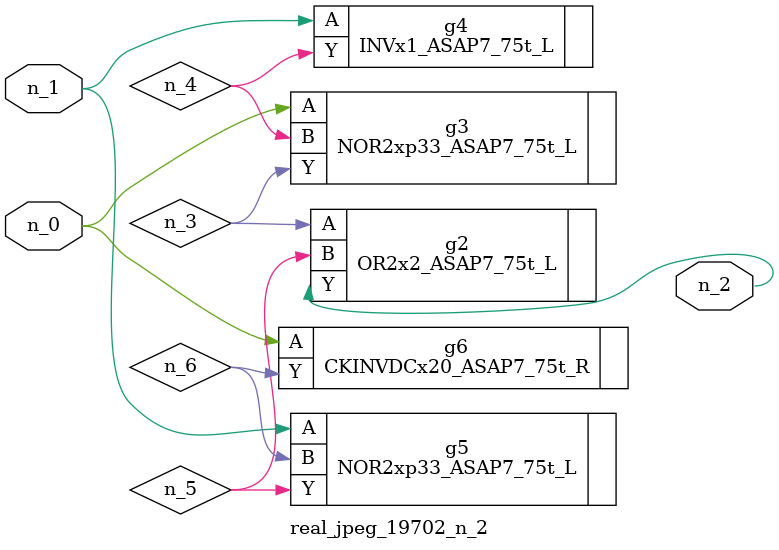
<source format=v>
module real_jpeg_19702_n_2 (n_1, n_0, n_2);

input n_1;
input n_0;

output n_2;

wire n_5;
wire n_4;
wire n_6;
wire n_3;

NOR2xp33_ASAP7_75t_L g3 ( 
.A(n_0),
.B(n_4),
.Y(n_3)
);

CKINVDCx20_ASAP7_75t_R g6 ( 
.A(n_0),
.Y(n_6)
);

INVx1_ASAP7_75t_L g4 ( 
.A(n_1),
.Y(n_4)
);

NOR2xp33_ASAP7_75t_L g5 ( 
.A(n_1),
.B(n_6),
.Y(n_5)
);

OR2x2_ASAP7_75t_L g2 ( 
.A(n_3),
.B(n_5),
.Y(n_2)
);


endmodule
</source>
